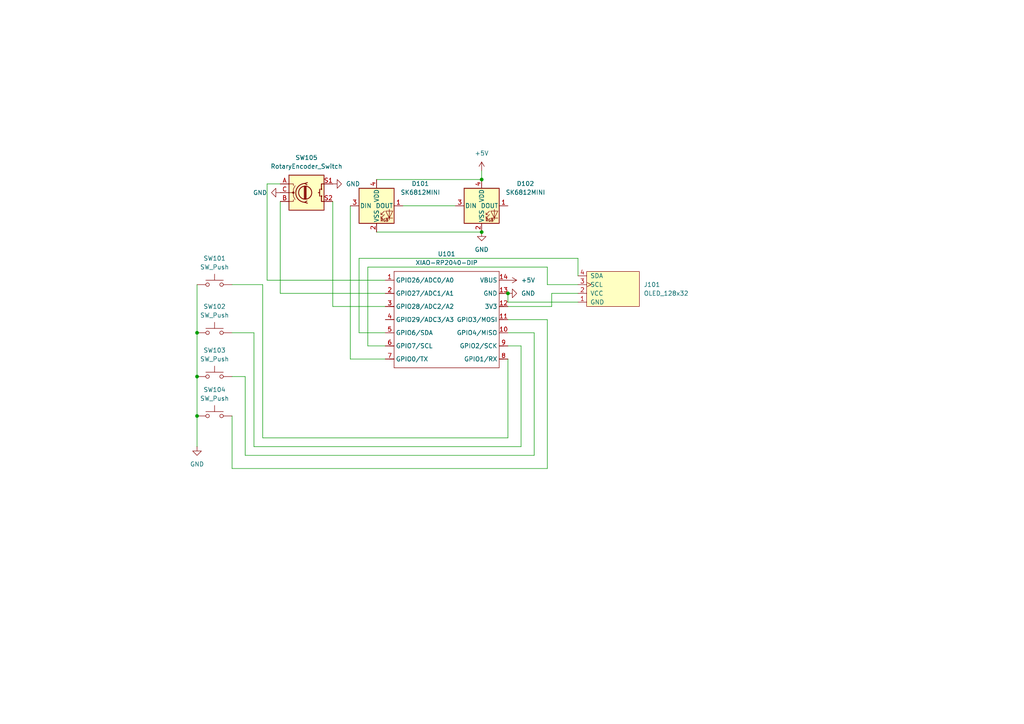
<source format=kicad_sch>
(kicad_sch
	(version 20250114)
	(generator "eeschema")
	(generator_version "9.0")
	(uuid "e6736289-e16f-4a09-8307-0deaee9c9955")
	(paper "A4")
	(lib_symbols
		(symbol "Device:RotaryEncoder_Switch"
			(pin_names
				(offset 0.254)
				(hide yes)
			)
			(exclude_from_sim no)
			(in_bom yes)
			(on_board yes)
			(property "Reference" "SW"
				(at 0 6.604 0)
				(effects
					(font
						(size 1.27 1.27)
					)
				)
			)
			(property "Value" "RotaryEncoder_Switch"
				(at 0 -6.604 0)
				(effects
					(font
						(size 1.27 1.27)
					)
				)
			)
			(property "Footprint" ""
				(at -3.81 4.064 0)
				(effects
					(font
						(size 1.27 1.27)
					)
					(hide yes)
				)
			)
			(property "Datasheet" "~"
				(at 0 6.604 0)
				(effects
					(font
						(size 1.27 1.27)
					)
					(hide yes)
				)
			)
			(property "Description" "Rotary encoder, dual channel, incremental quadrate outputs, with switch"
				(at 0 0 0)
				(effects
					(font
						(size 1.27 1.27)
					)
					(hide yes)
				)
			)
			(property "ki_keywords" "rotary switch encoder switch push button"
				(at 0 0 0)
				(effects
					(font
						(size 1.27 1.27)
					)
					(hide yes)
				)
			)
			(property "ki_fp_filters" "RotaryEncoder*Switch*"
				(at 0 0 0)
				(effects
					(font
						(size 1.27 1.27)
					)
					(hide yes)
				)
			)
			(symbol "RotaryEncoder_Switch_0_1"
				(rectangle
					(start -5.08 5.08)
					(end 5.08 -5.08)
					(stroke
						(width 0.254)
						(type default)
					)
					(fill
						(type background)
					)
				)
				(polyline
					(pts
						(xy -5.08 2.54) (xy -3.81 2.54) (xy -3.81 2.032)
					)
					(stroke
						(width 0)
						(type default)
					)
					(fill
						(type none)
					)
				)
				(polyline
					(pts
						(xy -5.08 0) (xy -3.81 0) (xy -3.81 -1.016) (xy -3.302 -2.032)
					)
					(stroke
						(width 0)
						(type default)
					)
					(fill
						(type none)
					)
				)
				(polyline
					(pts
						(xy -5.08 -2.54) (xy -3.81 -2.54) (xy -3.81 -2.032)
					)
					(stroke
						(width 0)
						(type default)
					)
					(fill
						(type none)
					)
				)
				(polyline
					(pts
						(xy -4.318 0) (xy -3.81 0) (xy -3.81 1.016) (xy -3.302 2.032)
					)
					(stroke
						(width 0)
						(type default)
					)
					(fill
						(type none)
					)
				)
				(circle
					(center -3.81 0)
					(radius 0.254)
					(stroke
						(width 0)
						(type default)
					)
					(fill
						(type outline)
					)
				)
				(polyline
					(pts
						(xy -0.635 -1.778) (xy -0.635 1.778)
					)
					(stroke
						(width 0.254)
						(type default)
					)
					(fill
						(type none)
					)
				)
				(circle
					(center -0.381 0)
					(radius 1.905)
					(stroke
						(width 0.254)
						(type default)
					)
					(fill
						(type none)
					)
				)
				(polyline
					(pts
						(xy -0.381 -1.778) (xy -0.381 1.778)
					)
					(stroke
						(width 0.254)
						(type default)
					)
					(fill
						(type none)
					)
				)
				(arc
					(start -0.381 -2.794)
					(mid -3.0988 -0.0635)
					(end -0.381 2.667)
					(stroke
						(width 0.254)
						(type default)
					)
					(fill
						(type none)
					)
				)
				(polyline
					(pts
						(xy -0.127 1.778) (xy -0.127 -1.778)
					)
					(stroke
						(width 0.254)
						(type default)
					)
					(fill
						(type none)
					)
				)
				(polyline
					(pts
						(xy 0.254 2.921) (xy -0.508 2.667) (xy 0.127 2.286)
					)
					(stroke
						(width 0.254)
						(type default)
					)
					(fill
						(type none)
					)
				)
				(polyline
					(pts
						(xy 0.254 -3.048) (xy -0.508 -2.794) (xy 0.127 -2.413)
					)
					(stroke
						(width 0.254)
						(type default)
					)
					(fill
						(type none)
					)
				)
				(polyline
					(pts
						(xy 3.81 1.016) (xy 3.81 -1.016)
					)
					(stroke
						(width 0.254)
						(type default)
					)
					(fill
						(type none)
					)
				)
				(polyline
					(pts
						(xy 3.81 0) (xy 3.429 0)
					)
					(stroke
						(width 0.254)
						(type default)
					)
					(fill
						(type none)
					)
				)
				(circle
					(center 4.318 1.016)
					(radius 0.127)
					(stroke
						(width 0.254)
						(type default)
					)
					(fill
						(type none)
					)
				)
				(circle
					(center 4.318 -1.016)
					(radius 0.127)
					(stroke
						(width 0.254)
						(type default)
					)
					(fill
						(type none)
					)
				)
				(polyline
					(pts
						(xy 5.08 2.54) (xy 4.318 2.54) (xy 4.318 1.016)
					)
					(stroke
						(width 0.254)
						(type default)
					)
					(fill
						(type none)
					)
				)
				(polyline
					(pts
						(xy 5.08 -2.54) (xy 4.318 -2.54) (xy 4.318 -1.016)
					)
					(stroke
						(width 0.254)
						(type default)
					)
					(fill
						(type none)
					)
				)
			)
			(symbol "RotaryEncoder_Switch_1_1"
				(pin passive line
					(at -7.62 2.54 0)
					(length 2.54)
					(name "A"
						(effects
							(font
								(size 1.27 1.27)
							)
						)
					)
					(number "A"
						(effects
							(font
								(size 1.27 1.27)
							)
						)
					)
				)
				(pin passive line
					(at -7.62 0 0)
					(length 2.54)
					(name "C"
						(effects
							(font
								(size 1.27 1.27)
							)
						)
					)
					(number "C"
						(effects
							(font
								(size 1.27 1.27)
							)
						)
					)
				)
				(pin passive line
					(at -7.62 -2.54 0)
					(length 2.54)
					(name "B"
						(effects
							(font
								(size 1.27 1.27)
							)
						)
					)
					(number "B"
						(effects
							(font
								(size 1.27 1.27)
							)
						)
					)
				)
				(pin passive line
					(at 7.62 2.54 180)
					(length 2.54)
					(name "S1"
						(effects
							(font
								(size 1.27 1.27)
							)
						)
					)
					(number "S1"
						(effects
							(font
								(size 1.27 1.27)
							)
						)
					)
				)
				(pin passive line
					(at 7.62 -2.54 180)
					(length 2.54)
					(name "S2"
						(effects
							(font
								(size 1.27 1.27)
							)
						)
					)
					(number "S2"
						(effects
							(font
								(size 1.27 1.27)
							)
						)
					)
				)
			)
			(embedded_fonts no)
		)
		(symbol "LED:SK6812MINI"
			(pin_names
				(offset 0.254)
			)
			(exclude_from_sim no)
			(in_bom yes)
			(on_board yes)
			(property "Reference" "D"
				(at 5.08 5.715 0)
				(effects
					(font
						(size 1.27 1.27)
					)
					(justify right bottom)
				)
			)
			(property "Value" "SK6812MINI"
				(at 1.27 -5.715 0)
				(effects
					(font
						(size 1.27 1.27)
					)
					(justify left top)
				)
			)
			(property "Footprint" "LED_SMD:LED_SK6812MINI_PLCC4_3.5x3.5mm_P1.75mm"
				(at 1.27 -7.62 0)
				(effects
					(font
						(size 1.27 1.27)
					)
					(justify left top)
					(hide yes)
				)
			)
			(property "Datasheet" "https://cdn-shop.adafruit.com/product-files/2686/SK6812MINI_REV.01-1-2.pdf"
				(at 2.54 -9.525 0)
				(effects
					(font
						(size 1.27 1.27)
					)
					(justify left top)
					(hide yes)
				)
			)
			(property "Description" "RGB LED with integrated controller"
				(at 0 0 0)
				(effects
					(font
						(size 1.27 1.27)
					)
					(hide yes)
				)
			)
			(property "ki_keywords" "RGB LED NeoPixel Mini addressable"
				(at 0 0 0)
				(effects
					(font
						(size 1.27 1.27)
					)
					(hide yes)
				)
			)
			(property "ki_fp_filters" "LED*SK6812MINI*PLCC*3.5x3.5mm*P1.75mm*"
				(at 0 0 0)
				(effects
					(font
						(size 1.27 1.27)
					)
					(hide yes)
				)
			)
			(symbol "SK6812MINI_0_0"
				(text "RGB"
					(at 2.286 -4.191 0)
					(effects
						(font
							(size 0.762 0.762)
						)
					)
				)
			)
			(symbol "SK6812MINI_0_1"
				(polyline
					(pts
						(xy 1.27 -2.54) (xy 1.778 -2.54)
					)
					(stroke
						(width 0)
						(type default)
					)
					(fill
						(type none)
					)
				)
				(polyline
					(pts
						(xy 1.27 -3.556) (xy 1.778 -3.556)
					)
					(stroke
						(width 0)
						(type default)
					)
					(fill
						(type none)
					)
				)
				(polyline
					(pts
						(xy 2.286 -1.524) (xy 1.27 -2.54) (xy 1.27 -2.032)
					)
					(stroke
						(width 0)
						(type default)
					)
					(fill
						(type none)
					)
				)
				(polyline
					(pts
						(xy 2.286 -2.54) (xy 1.27 -3.556) (xy 1.27 -3.048)
					)
					(stroke
						(width 0)
						(type default)
					)
					(fill
						(type none)
					)
				)
				(polyline
					(pts
						(xy 3.683 -1.016) (xy 3.683 -3.556) (xy 3.683 -4.064)
					)
					(stroke
						(width 0)
						(type default)
					)
					(fill
						(type none)
					)
				)
				(polyline
					(pts
						(xy 4.699 -1.524) (xy 2.667 -1.524) (xy 3.683 -3.556) (xy 4.699 -1.524)
					)
					(stroke
						(width 0)
						(type default)
					)
					(fill
						(type none)
					)
				)
				(polyline
					(pts
						(xy 4.699 -3.556) (xy 2.667 -3.556)
					)
					(stroke
						(width 0)
						(type default)
					)
					(fill
						(type none)
					)
				)
				(rectangle
					(start 5.08 5.08)
					(end -5.08 -5.08)
					(stroke
						(width 0.254)
						(type default)
					)
					(fill
						(type background)
					)
				)
			)
			(symbol "SK6812MINI_1_1"
				(pin input line
					(at -7.62 0 0)
					(length 2.54)
					(name "DIN"
						(effects
							(font
								(size 1.27 1.27)
							)
						)
					)
					(number "3"
						(effects
							(font
								(size 1.27 1.27)
							)
						)
					)
				)
				(pin power_in line
					(at 0 7.62 270)
					(length 2.54)
					(name "VDD"
						(effects
							(font
								(size 1.27 1.27)
							)
						)
					)
					(number "4"
						(effects
							(font
								(size 1.27 1.27)
							)
						)
					)
				)
				(pin power_in line
					(at 0 -7.62 90)
					(length 2.54)
					(name "VSS"
						(effects
							(font
								(size 1.27 1.27)
							)
						)
					)
					(number "2"
						(effects
							(font
								(size 1.27 1.27)
							)
						)
					)
				)
				(pin output line
					(at 7.62 0 180)
					(length 2.54)
					(name "DOUT"
						(effects
							(font
								(size 1.27 1.27)
							)
						)
					)
					(number "1"
						(effects
							(font
								(size 1.27 1.27)
							)
						)
					)
				)
			)
			(embedded_fonts no)
		)
		(symbol "OPL Library:XIAO-RP2040-DIP"
			(exclude_from_sim no)
			(in_bom yes)
			(on_board yes)
			(property "Reference" "U"
				(at 0 0 0)
				(effects
					(font
						(size 1.27 1.27)
					)
				)
			)
			(property "Value" "XIAO-RP2040-DIP"
				(at 5.334 -1.778 0)
				(effects
					(font
						(size 1.27 1.27)
					)
				)
			)
			(property "Footprint" "Module:MOUDLE14P-XIAO-DIP-SMD"
				(at 14.478 -32.258 0)
				(effects
					(font
						(size 1.27 1.27)
					)
					(hide yes)
				)
			)
			(property "Datasheet" ""
				(at 0 0 0)
				(effects
					(font
						(size 1.27 1.27)
					)
					(hide yes)
				)
			)
			(property "Description" ""
				(at 0 0 0)
				(effects
					(font
						(size 1.27 1.27)
					)
					(hide yes)
				)
			)
			(symbol "XIAO-RP2040-DIP_1_0"
				(polyline
					(pts
						(xy -1.27 -2.54) (xy 29.21 -2.54)
					)
					(stroke
						(width 0.1524)
						(type solid)
					)
					(fill
						(type none)
					)
				)
				(polyline
					(pts
						(xy -1.27 -5.08) (xy -2.54 -5.08)
					)
					(stroke
						(width 0.1524)
						(type solid)
					)
					(fill
						(type none)
					)
				)
				(polyline
					(pts
						(xy -1.27 -5.08) (xy -1.27 -2.54)
					)
					(stroke
						(width 0.1524)
						(type solid)
					)
					(fill
						(type none)
					)
				)
				(polyline
					(pts
						(xy -1.27 -8.89) (xy -2.54 -8.89)
					)
					(stroke
						(width 0.1524)
						(type solid)
					)
					(fill
						(type none)
					)
				)
				(polyline
					(pts
						(xy -1.27 -8.89) (xy -1.27 -5.08)
					)
					(stroke
						(width 0.1524)
						(type solid)
					)
					(fill
						(type none)
					)
				)
				(polyline
					(pts
						(xy -1.27 -12.7) (xy -2.54 -12.7)
					)
					(stroke
						(width 0.1524)
						(type solid)
					)
					(fill
						(type none)
					)
				)
				(polyline
					(pts
						(xy -1.27 -12.7) (xy -1.27 -8.89)
					)
					(stroke
						(width 0.1524)
						(type solid)
					)
					(fill
						(type none)
					)
				)
				(polyline
					(pts
						(xy -1.27 -16.51) (xy -2.54 -16.51)
					)
					(stroke
						(width 0.1524)
						(type solid)
					)
					(fill
						(type none)
					)
				)
				(polyline
					(pts
						(xy -1.27 -16.51) (xy -1.27 -12.7)
					)
					(stroke
						(width 0.1524)
						(type solid)
					)
					(fill
						(type none)
					)
				)
				(polyline
					(pts
						(xy -1.27 -20.32) (xy -2.54 -20.32)
					)
					(stroke
						(width 0.1524)
						(type solid)
					)
					(fill
						(type none)
					)
				)
				(polyline
					(pts
						(xy -1.27 -24.13) (xy -2.54 -24.13)
					)
					(stroke
						(width 0.1524)
						(type solid)
					)
					(fill
						(type none)
					)
				)
				(polyline
					(pts
						(xy -1.27 -27.94) (xy -2.54 -27.94)
					)
					(stroke
						(width 0.1524)
						(type solid)
					)
					(fill
						(type none)
					)
				)
				(polyline
					(pts
						(xy -1.27 -30.48) (xy -1.27 -16.51)
					)
					(stroke
						(width 0.1524)
						(type solid)
					)
					(fill
						(type none)
					)
				)
				(polyline
					(pts
						(xy 29.21 -2.54) (xy 29.21 -5.08)
					)
					(stroke
						(width 0.1524)
						(type solid)
					)
					(fill
						(type none)
					)
				)
				(polyline
					(pts
						(xy 29.21 -5.08) (xy 29.21 -8.89)
					)
					(stroke
						(width 0.1524)
						(type solid)
					)
					(fill
						(type none)
					)
				)
				(polyline
					(pts
						(xy 29.21 -8.89) (xy 29.21 -12.7)
					)
					(stroke
						(width 0.1524)
						(type solid)
					)
					(fill
						(type none)
					)
				)
				(polyline
					(pts
						(xy 29.21 -12.7) (xy 29.21 -30.48)
					)
					(stroke
						(width 0.1524)
						(type solid)
					)
					(fill
						(type none)
					)
				)
				(polyline
					(pts
						(xy 29.21 -30.48) (xy -1.27 -30.48)
					)
					(stroke
						(width 0.1524)
						(type solid)
					)
					(fill
						(type none)
					)
				)
				(polyline
					(pts
						(xy 30.48 -5.08) (xy 29.21 -5.08)
					)
					(stroke
						(width 0.1524)
						(type solid)
					)
					(fill
						(type none)
					)
				)
				(polyline
					(pts
						(xy 30.48 -8.89) (xy 29.21 -8.89)
					)
					(stroke
						(width 0.1524)
						(type solid)
					)
					(fill
						(type none)
					)
				)
				(polyline
					(pts
						(xy 30.48 -12.7) (xy 29.21 -12.7)
					)
					(stroke
						(width 0.1524)
						(type solid)
					)
					(fill
						(type none)
					)
				)
				(polyline
					(pts
						(xy 30.48 -16.51) (xy 29.21 -16.51)
					)
					(stroke
						(width 0.1524)
						(type solid)
					)
					(fill
						(type none)
					)
				)
				(polyline
					(pts
						(xy 30.48 -20.32) (xy 29.21 -20.32)
					)
					(stroke
						(width 0.1524)
						(type solid)
					)
					(fill
						(type none)
					)
				)
				(polyline
					(pts
						(xy 30.48 -24.13) (xy 29.21 -24.13)
					)
					(stroke
						(width 0.1524)
						(type solid)
					)
					(fill
						(type none)
					)
				)
				(polyline
					(pts
						(xy 30.48 -27.94) (xy 29.21 -27.94)
					)
					(stroke
						(width 0.1524)
						(type solid)
					)
					(fill
						(type none)
					)
				)
				(pin passive line
					(at -3.81 -5.08 0)
					(length 2.54)
					(name "GPIO26/ADC0/A0"
						(effects
							(font
								(size 1.27 1.27)
							)
						)
					)
					(number "1"
						(effects
							(font
								(size 1.27 1.27)
							)
						)
					)
				)
				(pin passive line
					(at -3.81 -8.89 0)
					(length 2.54)
					(name "GPIO27/ADC1/A1"
						(effects
							(font
								(size 1.27 1.27)
							)
						)
					)
					(number "2"
						(effects
							(font
								(size 1.27 1.27)
							)
						)
					)
				)
				(pin passive line
					(at -3.81 -12.7 0)
					(length 2.54)
					(name "GPIO28/ADC2/A2"
						(effects
							(font
								(size 1.27 1.27)
							)
						)
					)
					(number "3"
						(effects
							(font
								(size 1.27 1.27)
							)
						)
					)
				)
				(pin passive line
					(at -3.81 -16.51 0)
					(length 2.54)
					(name "GPIO29/ADC3/A3"
						(effects
							(font
								(size 1.27 1.27)
							)
						)
					)
					(number "4"
						(effects
							(font
								(size 1.27 1.27)
							)
						)
					)
				)
				(pin passive line
					(at -3.81 -20.32 0)
					(length 2.54)
					(name "GPIO6/SDA"
						(effects
							(font
								(size 1.27 1.27)
							)
						)
					)
					(number "5"
						(effects
							(font
								(size 1.27 1.27)
							)
						)
					)
				)
				(pin passive line
					(at -3.81 -24.13 0)
					(length 2.54)
					(name "GPIO7/SCL"
						(effects
							(font
								(size 1.27 1.27)
							)
						)
					)
					(number "6"
						(effects
							(font
								(size 1.27 1.27)
							)
						)
					)
				)
				(pin passive line
					(at -3.81 -27.94 0)
					(length 2.54)
					(name "GPIO0/TX"
						(effects
							(font
								(size 1.27 1.27)
							)
						)
					)
					(number "7"
						(effects
							(font
								(size 1.27 1.27)
							)
						)
					)
				)
				(pin passive line
					(at 31.75 -5.08 180)
					(length 2.54)
					(name "VBUS"
						(effects
							(font
								(size 1.27 1.27)
							)
						)
					)
					(number "14"
						(effects
							(font
								(size 1.27 1.27)
							)
						)
					)
				)
				(pin passive line
					(at 31.75 -8.89 180)
					(length 2.54)
					(name "GND"
						(effects
							(font
								(size 1.27 1.27)
							)
						)
					)
					(number "13"
						(effects
							(font
								(size 1.27 1.27)
							)
						)
					)
				)
				(pin passive line
					(at 31.75 -12.7 180)
					(length 2.54)
					(name "3V3"
						(effects
							(font
								(size 1.27 1.27)
							)
						)
					)
					(number "12"
						(effects
							(font
								(size 1.27 1.27)
							)
						)
					)
				)
				(pin passive line
					(at 31.75 -16.51 180)
					(length 2.54)
					(name "GPIO3/MOSI"
						(effects
							(font
								(size 1.27 1.27)
							)
						)
					)
					(number "11"
						(effects
							(font
								(size 1.27 1.27)
							)
						)
					)
				)
				(pin passive line
					(at 31.75 -20.32 180)
					(length 2.54)
					(name "GPIO4/MISO"
						(effects
							(font
								(size 1.27 1.27)
							)
						)
					)
					(number "10"
						(effects
							(font
								(size 1.27 1.27)
							)
						)
					)
				)
				(pin passive line
					(at 31.75 -24.13 180)
					(length 2.54)
					(name "GPIO2/SCK"
						(effects
							(font
								(size 1.27 1.27)
							)
						)
					)
					(number "9"
						(effects
							(font
								(size 1.27 1.27)
							)
						)
					)
				)
				(pin passive line
					(at 31.75 -27.94 180)
					(length 2.54)
					(name "GPIO1/RX"
						(effects
							(font
								(size 1.27 1.27)
							)
						)
					)
					(number "8"
						(effects
							(font
								(size 1.27 1.27)
							)
						)
					)
				)
			)
			(embedded_fonts no)
		)
		(symbol "ScottoKeebs:OLED_128x32"
			(pin_names
				(offset 1.016)
			)
			(exclude_from_sim no)
			(in_bom yes)
			(on_board yes)
			(property "Reference" "J"
				(at 0 -6.35 0)
				(effects
					(font
						(size 1.27 1.27)
					)
				)
			)
			(property "Value" "OLED_128x32"
				(at 0 6.35 0)
				(effects
					(font
						(size 1.27 1.27)
					)
				)
			)
			(property "Footprint" "ScottoKeebs_Components:OLED_128x32"
				(at 0 8.89 0)
				(effects
					(font
						(size 1.27 1.27)
					)
					(hide yes)
				)
			)
			(property "Datasheet" ""
				(at 0 1.27 0)
				(effects
					(font
						(size 1.27 1.27)
					)
					(hide yes)
				)
			)
			(property "Description" ""
				(at 0 0 0)
				(effects
					(font
						(size 1.27 1.27)
					)
					(hide yes)
				)
			)
			(symbol "OLED_128x32_0_1"
				(rectangle
					(start 0 5.08)
					(end 15.24 -5.08)
					(stroke
						(width 0)
						(type default)
					)
					(fill
						(type background)
					)
				)
			)
			(symbol "OLED_128x32_1_1"
				(pin bidirectional line
					(at -2.54 3.81 0)
					(length 2.54)
					(name "SDA"
						(effects
							(font
								(size 1.27 1.27)
							)
						)
					)
					(number "4"
						(effects
							(font
								(size 1.27 1.27)
							)
						)
					)
				)
				(pin input clock
					(at -2.54 1.27 0)
					(length 2.54)
					(name "SCL"
						(effects
							(font
								(size 1.27 1.27)
							)
						)
					)
					(number "3"
						(effects
							(font
								(size 1.27 1.27)
							)
						)
					)
				)
				(pin power_in line
					(at -2.54 -1.27 0)
					(length 2.54)
					(name "VCC"
						(effects
							(font
								(size 1.27 1.27)
							)
						)
					)
					(number "2"
						(effects
							(font
								(size 1.27 1.27)
							)
						)
					)
				)
				(pin power_in line
					(at -2.54 -3.81 0)
					(length 2.54)
					(name "GND"
						(effects
							(font
								(size 1.27 1.27)
							)
						)
					)
					(number "1"
						(effects
							(font
								(size 1.27 1.27)
							)
						)
					)
				)
			)
			(embedded_fonts no)
		)
		(symbol "Switch:SW_Push"
			(pin_numbers
				(hide yes)
			)
			(pin_names
				(offset 1.016)
				(hide yes)
			)
			(exclude_from_sim no)
			(in_bom yes)
			(on_board yes)
			(property "Reference" "SW"
				(at 1.27 2.54 0)
				(effects
					(font
						(size 1.27 1.27)
					)
					(justify left)
				)
			)
			(property "Value" "SW_Push"
				(at 0 -1.524 0)
				(effects
					(font
						(size 1.27 1.27)
					)
				)
			)
			(property "Footprint" ""
				(at 0 5.08 0)
				(effects
					(font
						(size 1.27 1.27)
					)
					(hide yes)
				)
			)
			(property "Datasheet" "~"
				(at 0 5.08 0)
				(effects
					(font
						(size 1.27 1.27)
					)
					(hide yes)
				)
			)
			(property "Description" "Push button switch, generic, two pins"
				(at 0 0 0)
				(effects
					(font
						(size 1.27 1.27)
					)
					(hide yes)
				)
			)
			(property "ki_keywords" "switch normally-open pushbutton push-button"
				(at 0 0 0)
				(effects
					(font
						(size 1.27 1.27)
					)
					(hide yes)
				)
			)
			(symbol "SW_Push_0_1"
				(circle
					(center -2.032 0)
					(radius 0.508)
					(stroke
						(width 0)
						(type default)
					)
					(fill
						(type none)
					)
				)
				(polyline
					(pts
						(xy 0 1.27) (xy 0 3.048)
					)
					(stroke
						(width 0)
						(type default)
					)
					(fill
						(type none)
					)
				)
				(circle
					(center 2.032 0)
					(radius 0.508)
					(stroke
						(width 0)
						(type default)
					)
					(fill
						(type none)
					)
				)
				(polyline
					(pts
						(xy 2.54 1.27) (xy -2.54 1.27)
					)
					(stroke
						(width 0)
						(type default)
					)
					(fill
						(type none)
					)
				)
				(pin passive line
					(at -5.08 0 0)
					(length 2.54)
					(name "1"
						(effects
							(font
								(size 1.27 1.27)
							)
						)
					)
					(number "1"
						(effects
							(font
								(size 1.27 1.27)
							)
						)
					)
				)
				(pin passive line
					(at 5.08 0 180)
					(length 2.54)
					(name "2"
						(effects
							(font
								(size 1.27 1.27)
							)
						)
					)
					(number "2"
						(effects
							(font
								(size 1.27 1.27)
							)
						)
					)
				)
			)
			(embedded_fonts no)
		)
		(symbol "power:+5V"
			(power)
			(pin_numbers
				(hide yes)
			)
			(pin_names
				(offset 0)
				(hide yes)
			)
			(exclude_from_sim no)
			(in_bom yes)
			(on_board yes)
			(property "Reference" "#PWR"
				(at 0 -3.81 0)
				(effects
					(font
						(size 1.27 1.27)
					)
					(hide yes)
				)
			)
			(property "Value" "+5V"
				(at 0 3.556 0)
				(effects
					(font
						(size 1.27 1.27)
					)
				)
			)
			(property "Footprint" ""
				(at 0 0 0)
				(effects
					(font
						(size 1.27 1.27)
					)
					(hide yes)
				)
			)
			(property "Datasheet" ""
				(at 0 0 0)
				(effects
					(font
						(size 1.27 1.27)
					)
					(hide yes)
				)
			)
			(property "Description" "Power symbol creates a global label with name \"+5V\""
				(at 0 0 0)
				(effects
					(font
						(size 1.27 1.27)
					)
					(hide yes)
				)
			)
			(property "ki_keywords" "global power"
				(at 0 0 0)
				(effects
					(font
						(size 1.27 1.27)
					)
					(hide yes)
				)
			)
			(symbol "+5V_0_1"
				(polyline
					(pts
						(xy -0.762 1.27) (xy 0 2.54)
					)
					(stroke
						(width 0)
						(type default)
					)
					(fill
						(type none)
					)
				)
				(polyline
					(pts
						(xy 0 2.54) (xy 0.762 1.27)
					)
					(stroke
						(width 0)
						(type default)
					)
					(fill
						(type none)
					)
				)
				(polyline
					(pts
						(xy 0 0) (xy 0 2.54)
					)
					(stroke
						(width 0)
						(type default)
					)
					(fill
						(type none)
					)
				)
			)
			(symbol "+5V_1_1"
				(pin power_in line
					(at 0 0 90)
					(length 0)
					(name "~"
						(effects
							(font
								(size 1.27 1.27)
							)
						)
					)
					(number "1"
						(effects
							(font
								(size 1.27 1.27)
							)
						)
					)
				)
			)
			(embedded_fonts no)
		)
		(symbol "power:GND"
			(power)
			(pin_numbers
				(hide yes)
			)
			(pin_names
				(offset 0)
				(hide yes)
			)
			(exclude_from_sim no)
			(in_bom yes)
			(on_board yes)
			(property "Reference" "#PWR"
				(at 0 -6.35 0)
				(effects
					(font
						(size 1.27 1.27)
					)
					(hide yes)
				)
			)
			(property "Value" "GND"
				(at 0 -3.81 0)
				(effects
					(font
						(size 1.27 1.27)
					)
				)
			)
			(property "Footprint" ""
				(at 0 0 0)
				(effects
					(font
						(size 1.27 1.27)
					)
					(hide yes)
				)
			)
			(property "Datasheet" ""
				(at 0 0 0)
				(effects
					(font
						(size 1.27 1.27)
					)
					(hide yes)
				)
			)
			(property "Description" "Power symbol creates a global label with name \"GND\" , ground"
				(at 0 0 0)
				(effects
					(font
						(size 1.27 1.27)
					)
					(hide yes)
				)
			)
			(property "ki_keywords" "global power"
				(at 0 0 0)
				(effects
					(font
						(size 1.27 1.27)
					)
					(hide yes)
				)
			)
			(symbol "GND_0_1"
				(polyline
					(pts
						(xy 0 0) (xy 0 -1.27) (xy 1.27 -1.27) (xy 0 -2.54) (xy -1.27 -1.27) (xy 0 -1.27)
					)
					(stroke
						(width 0)
						(type default)
					)
					(fill
						(type none)
					)
				)
			)
			(symbol "GND_1_1"
				(pin power_in line
					(at 0 0 270)
					(length 0)
					(name "~"
						(effects
							(font
								(size 1.27 1.27)
							)
						)
					)
					(number "1"
						(effects
							(font
								(size 1.27 1.27)
							)
						)
					)
				)
			)
			(embedded_fonts no)
		)
	)
	(junction
		(at 147.32 85.09)
		(diameter 0)
		(color 0 0 0 0)
		(uuid "629073b5-f033-47d4-b149-4d8d2fa5b202")
	)
	(junction
		(at 57.15 96.52)
		(diameter 0)
		(color 0 0 0 0)
		(uuid "662f8840-f502-46f8-968a-6b76d55d8e8c")
	)
	(junction
		(at 139.7 67.31)
		(diameter 0)
		(color 0 0 0 0)
		(uuid "6f246680-809d-4786-8197-922b1d6e9bd9")
	)
	(junction
		(at 139.7 52.07)
		(diameter 0)
		(color 0 0 0 0)
		(uuid "a78f17e2-3e36-4b70-beba-7f0161fd9af0")
	)
	(junction
		(at 57.15 120.65)
		(diameter 0)
		(color 0 0 0 0)
		(uuid "b8183de7-3e77-461a-a283-251495fb9d11")
	)
	(junction
		(at 57.15 109.22)
		(diameter 0)
		(color 0 0 0 0)
		(uuid "c99570ea-0c27-4170-aced-c64c4545eb32")
	)
	(wire
		(pts
			(xy 57.15 96.52) (xy 57.15 109.22)
		)
		(stroke
			(width 0)
			(type default)
		)
		(uuid "0156bd38-b110-4c31-b4b8-d0a722bc7fca")
	)
	(wire
		(pts
			(xy 67.31 96.52) (xy 73.66 96.52)
		)
		(stroke
			(width 0)
			(type default)
		)
		(uuid "01699858-539f-4543-b35e-f8d9799484f7")
	)
	(wire
		(pts
			(xy 76.2 82.55) (xy 76.2 127)
		)
		(stroke
			(width 0)
			(type default)
		)
		(uuid "05f66a65-4309-4099-971b-ea1e14297c36")
	)
	(wire
		(pts
			(xy 96.52 58.42) (xy 96.52 88.9)
		)
		(stroke
			(width 0)
			(type default)
		)
		(uuid "090e8766-f14e-4686-a3b1-1148b05601d3")
	)
	(wire
		(pts
			(xy 96.52 88.9) (xy 111.76 88.9)
		)
		(stroke
			(width 0)
			(type default)
		)
		(uuid "0bd80157-bf85-4716-a307-f7cee7d273cb")
	)
	(wire
		(pts
			(xy 147.32 87.63) (xy 147.32 85.09)
		)
		(stroke
			(width 0)
			(type default)
		)
		(uuid "1521d861-e610-4777-88a7-0e6fe27feddd")
	)
	(wire
		(pts
			(xy 160.02 85.09) (xy 160.02 88.9)
		)
		(stroke
			(width 0)
			(type default)
		)
		(uuid "17930419-2bb6-473f-80a8-dcbf911e69d0")
	)
	(wire
		(pts
			(xy 76.2 127) (xy 147.32 127)
		)
		(stroke
			(width 0)
			(type default)
		)
		(uuid "26f8da61-21bf-4280-b2d8-a6ba7135c91e")
	)
	(wire
		(pts
			(xy 77.47 81.28) (xy 111.76 81.28)
		)
		(stroke
			(width 0)
			(type default)
		)
		(uuid "29cc1eef-945e-405f-ac06-0a8ba0026d93")
	)
	(wire
		(pts
			(xy 154.94 132.08) (xy 154.94 96.52)
		)
		(stroke
			(width 0)
			(type default)
		)
		(uuid "2a709c2f-bc9d-4850-a160-f362e70a5e4a")
	)
	(wire
		(pts
			(xy 67.31 120.65) (xy 67.31 135.89)
		)
		(stroke
			(width 0)
			(type default)
		)
		(uuid "3792c8fe-340b-45e1-b370-ba006fe7454e")
	)
	(wire
		(pts
			(xy 73.66 96.52) (xy 73.66 129.54)
		)
		(stroke
			(width 0)
			(type default)
		)
		(uuid "37de10a4-d658-487d-a205-e3182af15177")
	)
	(wire
		(pts
			(xy 57.15 82.55) (xy 57.15 96.52)
		)
		(stroke
			(width 0)
			(type default)
		)
		(uuid "4123cde9-de93-4624-bc77-e520caf4362c")
	)
	(wire
		(pts
			(xy 104.14 74.93) (xy 104.14 96.52)
		)
		(stroke
			(width 0)
			(type default)
		)
		(uuid "41bf8656-1909-43a6-8cba-04afd9d6b91a")
	)
	(wire
		(pts
			(xy 81.28 85.09) (xy 111.76 85.09)
		)
		(stroke
			(width 0)
			(type default)
		)
		(uuid "420c4a0e-7b3f-4255-beba-929b8a128e13")
	)
	(wire
		(pts
			(xy 147.32 127) (xy 147.32 104.14)
		)
		(stroke
			(width 0)
			(type default)
		)
		(uuid "46d555bf-169e-400e-ab75-2110e765e403")
	)
	(wire
		(pts
			(xy 101.6 59.69) (xy 101.6 104.14)
		)
		(stroke
			(width 0)
			(type default)
		)
		(uuid "494cce69-75ff-42c6-a744-9b7dc210a1c9")
	)
	(wire
		(pts
			(xy 71.12 132.08) (xy 154.94 132.08)
		)
		(stroke
			(width 0)
			(type default)
		)
		(uuid "49d78d24-f683-468f-b7fc-7f8ce51f8042")
	)
	(wire
		(pts
			(xy 151.13 129.54) (xy 151.13 100.33)
		)
		(stroke
			(width 0)
			(type default)
		)
		(uuid "4a98bbb5-b536-4b6d-9359-9d03e762299d")
	)
	(wire
		(pts
			(xy 167.64 74.93) (xy 104.14 74.93)
		)
		(stroke
			(width 0)
			(type default)
		)
		(uuid "50cdd459-6d0b-4f3e-a536-a08ab21ff741")
	)
	(wire
		(pts
			(xy 154.94 96.52) (xy 147.32 96.52)
		)
		(stroke
			(width 0)
			(type default)
		)
		(uuid "58b40aa2-e444-4fc6-bde2-fdcf62a2a608")
	)
	(wire
		(pts
			(xy 77.47 53.34) (xy 77.47 81.28)
		)
		(stroke
			(width 0)
			(type default)
		)
		(uuid "6250e570-8f6a-4838-9d49-d23fe51b7726")
	)
	(wire
		(pts
			(xy 167.64 87.63) (xy 147.32 87.63)
		)
		(stroke
			(width 0)
			(type default)
		)
		(uuid "660a1e8a-34b9-4d7c-81f7-2137e980177a")
	)
	(wire
		(pts
			(xy 109.22 52.07) (xy 139.7 52.07)
		)
		(stroke
			(width 0)
			(type default)
		)
		(uuid "675f2bf2-7002-4d82-b06d-f5f1cec711c4")
	)
	(wire
		(pts
			(xy 101.6 104.14) (xy 111.76 104.14)
		)
		(stroke
			(width 0)
			(type default)
		)
		(uuid "72f951a9-017e-4187-b3c4-61ba4f6d74f1")
	)
	(wire
		(pts
			(xy 158.75 77.47) (xy 106.68 77.47)
		)
		(stroke
			(width 0)
			(type default)
		)
		(uuid "73705d77-4eed-45bc-9f52-82f8f97cd1fa")
	)
	(wire
		(pts
			(xy 167.64 80.01) (xy 167.64 74.93)
		)
		(stroke
			(width 0)
			(type default)
		)
		(uuid "746938d6-dcf2-4538-bf46-31e51bbab257")
	)
	(wire
		(pts
			(xy 81.28 58.42) (xy 81.28 85.09)
		)
		(stroke
			(width 0)
			(type default)
		)
		(uuid "7648e0a1-237c-43d9-8937-5d138c3409c0")
	)
	(wire
		(pts
			(xy 167.64 82.55) (xy 158.75 82.55)
		)
		(stroke
			(width 0)
			(type default)
		)
		(uuid "81d4e2df-081a-4d01-95f8-dfbce05cc395")
	)
	(wire
		(pts
			(xy 106.68 77.47) (xy 106.68 100.33)
		)
		(stroke
			(width 0)
			(type default)
		)
		(uuid "8698e091-b2b5-42bd-83a6-dd986c8982f6")
	)
	(wire
		(pts
			(xy 57.15 109.22) (xy 57.15 120.65)
		)
		(stroke
			(width 0)
			(type default)
		)
		(uuid "8b65b7df-ece3-4a21-b53d-59e2df7e19e7")
	)
	(wire
		(pts
			(xy 151.13 100.33) (xy 147.32 100.33)
		)
		(stroke
			(width 0)
			(type default)
		)
		(uuid "91422ee5-9d2e-4538-b841-05c1a020a4a3")
	)
	(wire
		(pts
			(xy 106.68 100.33) (xy 111.76 100.33)
		)
		(stroke
			(width 0)
			(type default)
		)
		(uuid "a0994da8-e927-42b8-a75e-0bb3b109733e")
	)
	(wire
		(pts
			(xy 160.02 88.9) (xy 147.32 88.9)
		)
		(stroke
			(width 0)
			(type default)
		)
		(uuid "a1f459ea-eece-4802-a1cd-6e26b9d42007")
	)
	(wire
		(pts
			(xy 167.64 85.09) (xy 160.02 85.09)
		)
		(stroke
			(width 0)
			(type default)
		)
		(uuid "a3985c86-51f8-4e46-94af-dfbfc302f6e9")
	)
	(wire
		(pts
			(xy 158.75 135.89) (xy 158.75 92.71)
		)
		(stroke
			(width 0)
			(type default)
		)
		(uuid "b53b874e-d6ad-4e26-8314-748235b34dea")
	)
	(wire
		(pts
			(xy 139.7 49.53) (xy 139.7 52.07)
		)
		(stroke
			(width 0)
			(type default)
		)
		(uuid "b5a8085c-6fc6-4f85-ab67-d4174c6039e1")
	)
	(wire
		(pts
			(xy 67.31 109.22) (xy 71.12 109.22)
		)
		(stroke
			(width 0)
			(type default)
		)
		(uuid "bc0ec33f-ce3f-4567-b5f9-9a0a00181f50")
	)
	(wire
		(pts
			(xy 158.75 92.71) (xy 147.32 92.71)
		)
		(stroke
			(width 0)
			(type default)
		)
		(uuid "c27a4055-ca3d-4f29-a3c0-99f24239dde3")
	)
	(wire
		(pts
			(xy 73.66 129.54) (xy 151.13 129.54)
		)
		(stroke
			(width 0)
			(type default)
		)
		(uuid "ca08ea7c-6195-42fb-bdc4-f9b07fdbc826")
	)
	(wire
		(pts
			(xy 109.22 67.31) (xy 139.7 67.31)
		)
		(stroke
			(width 0)
			(type default)
		)
		(uuid "ca1671c2-d8cb-4d71-aed5-e8dc2484b734")
	)
	(wire
		(pts
			(xy 67.31 82.55) (xy 76.2 82.55)
		)
		(stroke
			(width 0)
			(type default)
		)
		(uuid "d41a75e8-5cbf-4d4c-afc0-671ec68edd71")
	)
	(wire
		(pts
			(xy 81.28 53.34) (xy 77.47 53.34)
		)
		(stroke
			(width 0)
			(type default)
		)
		(uuid "d4a39984-414a-4a98-a2a9-c7c7c7de1abb")
	)
	(wire
		(pts
			(xy 71.12 109.22) (xy 71.12 132.08)
		)
		(stroke
			(width 0)
			(type default)
		)
		(uuid "db4c1d21-a61e-4435-afc1-50542e60018b")
	)
	(wire
		(pts
			(xy 104.14 96.52) (xy 111.76 96.52)
		)
		(stroke
			(width 0)
			(type default)
		)
		(uuid "db54ce2d-0eb3-4e27-b36f-59096f66e6c1")
	)
	(wire
		(pts
			(xy 116.84 59.69) (xy 132.08 59.69)
		)
		(stroke
			(width 0)
			(type default)
		)
		(uuid "df01e11b-fa39-44ab-9aba-fbdb74ebe286")
	)
	(wire
		(pts
			(xy 158.75 82.55) (xy 158.75 77.47)
		)
		(stroke
			(width 0)
			(type default)
		)
		(uuid "e0d3aaa5-39ba-4be6-9c58-c8e2b3b40f29")
	)
	(wire
		(pts
			(xy 57.15 120.65) (xy 57.15 129.54)
		)
		(stroke
			(width 0)
			(type default)
		)
		(uuid "f37f6a22-261d-4802-a5d6-d12cc70b196c")
	)
	(wire
		(pts
			(xy 67.31 135.89) (xy 158.75 135.89)
		)
		(stroke
			(width 0)
			(type default)
		)
		(uuid "f6774ac7-c034-442a-a865-6eb3a5019622")
	)
	(symbol
		(lib_id "power:GND")
		(at 147.32 85.09 90)
		(unit 1)
		(exclude_from_sim no)
		(in_bom yes)
		(on_board yes)
		(dnp no)
		(fields_autoplaced yes)
		(uuid "01680c83-8423-48c1-bbb5-2160e47e624c")
		(property "Reference" "#PWR0102"
			(at 153.67 85.09 0)
			(effects
				(font
					(size 1.27 1.27)
				)
				(hide yes)
			)
		)
		(property "Value" "GND"
			(at 151.13 85.0899 90)
			(effects
				(font
					(size 1.27 1.27)
				)
				(justify right)
			)
		)
		(property "Footprint" ""
			(at 147.32 85.09 0)
			(effects
				(font
					(size 1.27 1.27)
				)
				(hide yes)
			)
		)
		(property "Datasheet" ""
			(at 147.32 85.09 0)
			(effects
				(font
					(size 1.27 1.27)
				)
				(hide yes)
			)
		)
		(property "Description" "Power symbol creates a global label with name \"GND\" , ground"
			(at 147.32 85.09 0)
			(effects
				(font
					(size 1.27 1.27)
				)
				(hide yes)
			)
		)
		(pin "1"
			(uuid "3c037e28-5ca0-4fe0-b9fe-ec1751a7201c")
		)
		(instances
			(project ""
				(path "/e6736289-e16f-4a09-8307-0deaee9c9955"
					(reference "#PWR0102")
					(unit 1)
				)
			)
		)
	)
	(symbol
		(lib_id "power:GND")
		(at 81.28 55.88 270)
		(unit 1)
		(exclude_from_sim no)
		(in_bom yes)
		(on_board yes)
		(dnp no)
		(fields_autoplaced yes)
		(uuid "04f3cb40-617b-41b9-9e13-bbd522fcde6b")
		(property "Reference" "#PWR0107"
			(at 74.93 55.88 0)
			(effects
				(font
					(size 1.27 1.27)
				)
				(hide yes)
			)
		)
		(property "Value" "GND"
			(at 77.47 55.8799 90)
			(effects
				(font
					(size 1.27 1.27)
				)
				(justify right)
			)
		)
		(property "Footprint" ""
			(at 81.28 55.88 0)
			(effects
				(font
					(size 1.27 1.27)
				)
				(hide yes)
			)
		)
		(property "Datasheet" ""
			(at 81.28 55.88 0)
			(effects
				(font
					(size 1.27 1.27)
				)
				(hide yes)
			)
		)
		(property "Description" "Power symbol creates a global label with name \"GND\" , ground"
			(at 81.28 55.88 0)
			(effects
				(font
					(size 1.27 1.27)
				)
				(hide yes)
			)
		)
		(pin "1"
			(uuid "8f1e3a57-4188-4944-b8e9-b5e8181a7e53")
		)
		(instances
			(project ""
				(path "/e6736289-e16f-4a09-8307-0deaee9c9955"
					(reference "#PWR0107")
					(unit 1)
				)
			)
		)
	)
	(symbol
		(lib_id "power:+5V")
		(at 147.32 81.28 270)
		(unit 1)
		(exclude_from_sim no)
		(in_bom yes)
		(on_board yes)
		(dnp no)
		(fields_autoplaced yes)
		(uuid "08082d90-d161-48b7-ac7e-202a9f24078c")
		(property "Reference" "#PWR0103"
			(at 143.51 81.28 0)
			(effects
				(font
					(size 1.27 1.27)
				)
				(hide yes)
			)
		)
		(property "Value" "+5V"
			(at 151.13 81.2799 90)
			(effects
				(font
					(size 1.27 1.27)
				)
				(justify left)
			)
		)
		(property "Footprint" ""
			(at 147.32 81.28 0)
			(effects
				(font
					(size 1.27 1.27)
				)
				(hide yes)
			)
		)
		(property "Datasheet" ""
			(at 147.32 81.28 0)
			(effects
				(font
					(size 1.27 1.27)
				)
				(hide yes)
			)
		)
		(property "Description" "Power symbol creates a global label with name \"+5V\""
			(at 147.32 81.28 0)
			(effects
				(font
					(size 1.27 1.27)
				)
				(hide yes)
			)
		)
		(pin "1"
			(uuid "3c6ea60b-9536-4f7b-a018-eb91429b9425")
		)
		(instances
			(project ""
				(path "/e6736289-e16f-4a09-8307-0deaee9c9955"
					(reference "#PWR0103")
					(unit 1)
				)
			)
		)
	)
	(symbol
		(lib_id "power:+5V")
		(at 139.7 49.53 0)
		(unit 1)
		(exclude_from_sim no)
		(in_bom yes)
		(on_board yes)
		(dnp no)
		(fields_autoplaced yes)
		(uuid "242fefdb-4f90-4f03-b588-4e10ed1176a7")
		(property "Reference" "#PWR0104"
			(at 139.7 53.34 0)
			(effects
				(font
					(size 1.27 1.27)
				)
				(hide yes)
			)
		)
		(property "Value" "+5V"
			(at 139.7 44.45 0)
			(effects
				(font
					(size 1.27 1.27)
				)
			)
		)
		(property "Footprint" ""
			(at 139.7 49.53 0)
			(effects
				(font
					(size 1.27 1.27)
				)
				(hide yes)
			)
		)
		(property "Datasheet" ""
			(at 139.7 49.53 0)
			(effects
				(font
					(size 1.27 1.27)
				)
				(hide yes)
			)
		)
		(property "Description" "Power symbol creates a global label with name \"+5V\""
			(at 139.7 49.53 0)
			(effects
				(font
					(size 1.27 1.27)
				)
				(hide yes)
			)
		)
		(pin "1"
			(uuid "bc016a35-dde9-4882-8abd-eaa36216afc9")
		)
		(instances
			(project ""
				(path "/e6736289-e16f-4a09-8307-0deaee9c9955"
					(reference "#PWR0104")
					(unit 1)
				)
			)
		)
	)
	(symbol
		(lib_id "LED:SK6812MINI")
		(at 139.7 59.69 0)
		(unit 1)
		(exclude_from_sim no)
		(in_bom yes)
		(on_board yes)
		(dnp no)
		(fields_autoplaced yes)
		(uuid "4e13316c-82f3-4edf-89ed-a6a32fd6f464")
		(property "Reference" "D102"
			(at 152.4 53.2698 0)
			(effects
				(font
					(size 1.27 1.27)
				)
			)
		)
		(property "Value" "SK6812MINI"
			(at 152.4 55.8098 0)
			(effects
				(font
					(size 1.27 1.27)
				)
			)
		)
		(property "Footprint" "LED_SMD:LED_SK6812MINI_PLCC4_3.5x3.5mm_P1.75mm"
			(at 140.97 67.31 0)
			(effects
				(font
					(size 1.27 1.27)
				)
				(justify left top)
				(hide yes)
			)
		)
		(property "Datasheet" "https://cdn-shop.adafruit.com/product-files/2686/SK6812MINI_REV.01-1-2.pdf"
			(at 142.24 69.215 0)
			(effects
				(font
					(size 1.27 1.27)
				)
				(justify left top)
				(hide yes)
			)
		)
		(property "Description" "RGB LED with integrated controller"
			(at 139.7 59.69 0)
			(effects
				(font
					(size 1.27 1.27)
				)
				(hide yes)
			)
		)
		(pin "2"
			(uuid "a9c2d060-d0fa-4faa-b1a8-6997751ee551")
		)
		(pin "4"
			(uuid "3b58df66-2e9f-455d-8b6b-0cab1640d572")
		)
		(pin "1"
			(uuid "58903cc1-1896-4dd7-be1c-0e9517b33538")
		)
		(pin "3"
			(uuid "1c9f4ed9-7785-4f9a-9417-eaac3eb9d430")
		)
		(instances
			(project "Parth's Hackpad"
				(path "/e6736289-e16f-4a09-8307-0deaee9c9955"
					(reference "D102")
					(unit 1)
				)
			)
		)
	)
	(symbol
		(lib_id "Device:RotaryEncoder_Switch")
		(at 88.9 55.88 0)
		(unit 1)
		(exclude_from_sim no)
		(in_bom yes)
		(on_board yes)
		(dnp no)
		(fields_autoplaced yes)
		(uuid "58299915-6bda-4306-bfd3-fdc2a4c6dba9")
		(property "Reference" "SW105"
			(at 88.9 45.72 0)
			(effects
				(font
					(size 1.27 1.27)
				)
			)
		)
		(property "Value" "RotaryEncoder_Switch"
			(at 88.9 48.26 0)
			(effects
				(font
					(size 1.27 1.27)
				)
			)
		)
		(property "Footprint" "Rotary_Encoder:RotaryEncoder_Alps_EC11E-Switch_Vertical_H20mm"
			(at 85.09 51.816 0)
			(effects
				(font
					(size 1.27 1.27)
				)
				(hide yes)
			)
		)
		(property "Datasheet" "~"
			(at 88.9 49.276 0)
			(effects
				(font
					(size 1.27 1.27)
				)
				(hide yes)
			)
		)
		(property "Description" "Rotary encoder, dual channel, incremental quadrate outputs, with switch"
			(at 88.9 55.88 0)
			(effects
				(font
					(size 1.27 1.27)
				)
				(hide yes)
			)
		)
		(pin "C"
			(uuid "b6a9062a-86ec-4bef-b51d-0fdc84f15f5b")
		)
		(pin "B"
			(uuid "90cbf8bc-c5a0-49d3-857b-74b3226e58b3")
		)
		(pin "S2"
			(uuid "215a5fb9-e11e-4e64-a852-11efc1f58c58")
		)
		(pin "A"
			(uuid "6626c230-c061-4598-89b1-349a4368ec10")
		)
		(pin "S1"
			(uuid "796487d0-4870-4a9e-b61d-640ba9816f33")
		)
		(instances
			(project ""
				(path "/e6736289-e16f-4a09-8307-0deaee9c9955"
					(reference "SW105")
					(unit 1)
				)
			)
		)
	)
	(symbol
		(lib_id "power:GND")
		(at 57.15 129.54 0)
		(unit 1)
		(exclude_from_sim no)
		(in_bom yes)
		(on_board yes)
		(dnp no)
		(fields_autoplaced yes)
		(uuid "6c30a8c4-e580-4498-9fa6-7858c035562e")
		(property "Reference" "#PWR0101"
			(at 57.15 135.89 0)
			(effects
				(font
					(size 1.27 1.27)
				)
				(hide yes)
			)
		)
		(property "Value" "GND"
			(at 57.15 134.62 0)
			(effects
				(font
					(size 1.27 1.27)
				)
			)
		)
		(property "Footprint" ""
			(at 57.15 129.54 0)
			(effects
				(font
					(size 1.27 1.27)
				)
				(hide yes)
			)
		)
		(property "Datasheet" ""
			(at 57.15 129.54 0)
			(effects
				(font
					(size 1.27 1.27)
				)
				(hide yes)
			)
		)
		(property "Description" "Power symbol creates a global label with name \"GND\" , ground"
			(at 57.15 129.54 0)
			(effects
				(font
					(size 1.27 1.27)
				)
				(hide yes)
			)
		)
		(pin "1"
			(uuid "5d0796e6-33ad-4690-be9f-9a4c3022669d")
		)
		(instances
			(project ""
				(path "/e6736289-e16f-4a09-8307-0deaee9c9955"
					(reference "#PWR0101")
					(unit 1)
				)
			)
		)
	)
	(symbol
		(lib_id "Switch:SW_Push")
		(at 62.23 82.55 0)
		(unit 1)
		(exclude_from_sim no)
		(in_bom yes)
		(on_board yes)
		(dnp no)
		(fields_autoplaced yes)
		(uuid "76133ed3-62fd-4c3c-af3c-ebeb4c926954")
		(property "Reference" "SW101"
			(at 62.23 74.93 0)
			(effects
				(font
					(size 1.27 1.27)
				)
			)
		)
		(property "Value" "SW_Push"
			(at 62.23 77.47 0)
			(effects
				(font
					(size 1.27 1.27)
				)
			)
		)
		(property "Footprint" "Button_Switch_Keyboard:SW_Cherry_MX_1.00u_PCB"
			(at 62.23 77.47 0)
			(effects
				(font
					(size 1.27 1.27)
				)
				(hide yes)
			)
		)
		(property "Datasheet" "~"
			(at 62.23 77.47 0)
			(effects
				(font
					(size 1.27 1.27)
				)
				(hide yes)
			)
		)
		(property "Description" "Push button switch, generic, two pins"
			(at 62.23 82.55 0)
			(effects
				(font
					(size 1.27 1.27)
				)
				(hide yes)
			)
		)
		(pin "1"
			(uuid "ad66c67c-33d2-4837-a8db-4849aa0524a5")
		)
		(pin "2"
			(uuid "6ba7c1c1-f396-48c8-b9b8-4386b25e2945")
		)
		(instances
			(project ""
				(path "/e6736289-e16f-4a09-8307-0deaee9c9955"
					(reference "SW101")
					(unit 1)
				)
			)
		)
	)
	(symbol
		(lib_id "OPL Library:XIAO-RP2040-DIP")
		(at 115.57 76.2 0)
		(unit 1)
		(exclude_from_sim no)
		(in_bom yes)
		(on_board yes)
		(dnp no)
		(fields_autoplaced yes)
		(uuid "ab776e4e-082c-4ba6-b27e-24c65a59cf39")
		(property "Reference" "U101"
			(at 129.54 73.66 0)
			(effects
				(font
					(size 1.27 1.27)
				)
			)
		)
		(property "Value" "XIAO-RP2040-DIP"
			(at 129.54 76.2 0)
			(effects
				(font
					(size 1.27 1.27)
				)
			)
		)
		(property "Footprint" "OPL Lib:XIAO-RP2040-DIP"
			(at 130.048 108.458 0)
			(effects
				(font
					(size 1.27 1.27)
				)
				(hide yes)
			)
		)
		(property "Datasheet" ""
			(at 115.57 76.2 0)
			(effects
				(font
					(size 1.27 1.27)
				)
				(hide yes)
			)
		)
		(property "Description" ""
			(at 115.57 76.2 0)
			(effects
				(font
					(size 1.27 1.27)
				)
				(hide yes)
			)
		)
		(pin "11"
			(uuid "5f9eadfa-0087-4d07-8873-0aa088a8da9c")
		)
		(pin "7"
			(uuid "b2539edf-32ee-48d9-b1cd-b32452fb6c56")
		)
		(pin "1"
			(uuid "31c57223-19b9-4ba5-8a6e-9b68b54a8894")
		)
		(pin "5"
			(uuid "902138f8-1ddd-4e2f-b74b-a7f6265204e8")
		)
		(pin "2"
			(uuid "da43fb7d-e404-4756-b502-798c2338f0dc")
		)
		(pin "13"
			(uuid "bc995bb0-d7ec-46ac-86cb-417f1b7dd932")
		)
		(pin "12"
			(uuid "ed9507bc-3f67-4a94-82f0-8096e1db857f")
		)
		(pin "10"
			(uuid "cbe825c4-ef77-4668-9f6e-535906d6ed98")
		)
		(pin "9"
			(uuid "269def61-2277-48b8-8074-7d9f040b1438")
		)
		(pin "6"
			(uuid "f1d49f6f-f3c2-4702-86b0-ad602d02adc4")
		)
		(pin "14"
			(uuid "d283aa21-5e02-4090-bd6e-97e906afe506")
		)
		(pin "8"
			(uuid "f9d5ac94-8c7e-4933-9325-5564bea5674b")
		)
		(pin "3"
			(uuid "0de22bbd-a73c-4877-92a0-799538c9a6a4")
		)
		(pin "4"
			(uuid "57bd7dca-3fac-492f-a415-dc7ed24fb7f9")
		)
		(instances
			(project ""
				(path "/e6736289-e16f-4a09-8307-0deaee9c9955"
					(reference "U101")
					(unit 1)
				)
			)
		)
	)
	(symbol
		(lib_id "ScottoKeebs:OLED_128x32")
		(at 170.18 83.82 0)
		(unit 1)
		(exclude_from_sim no)
		(in_bom yes)
		(on_board yes)
		(dnp no)
		(fields_autoplaced yes)
		(uuid "b5eb1255-4f38-49c3-852d-f7f7ea353017")
		(property "Reference" "J101"
			(at 186.69 82.5499 0)
			(effects
				(font
					(size 1.27 1.27)
				)
				(justify left)
			)
		)
		(property "Value" "OLED_128x32"
			(at 186.69 85.0899 0)
			(effects
				(font
					(size 1.27 1.27)
				)
				(justify left)
			)
		)
		(property "Footprint" "ScottoKeebs_Components:OLED_128x32"
			(at 170.18 74.93 0)
			(effects
				(font
					(size 1.27 1.27)
				)
				(hide yes)
			)
		)
		(property "Datasheet" ""
			(at 170.18 82.55 0)
			(effects
				(font
					(size 1.27 1.27)
				)
				(hide yes)
			)
		)
		(property "Description" ""
			(at 170.18 83.82 0)
			(effects
				(font
					(size 1.27 1.27)
				)
				(hide yes)
			)
		)
		(pin "2"
			(uuid "024b8fb0-96b9-4813-99e8-4d3ba6ccd753")
		)
		(pin "3"
			(uuid "cc79154b-5c08-410c-9fa6-9f81b701c262")
		)
		(pin "1"
			(uuid "8fbff8a2-7d2d-440d-bcfb-9b310615605c")
		)
		(pin "4"
			(uuid "3c95a2d9-5f28-435b-bdac-70b199a66ab2")
		)
		(instances
			(project ""
				(path "/e6736289-e16f-4a09-8307-0deaee9c9955"
					(reference "J101")
					(unit 1)
				)
			)
		)
	)
	(symbol
		(lib_id "power:GND")
		(at 139.7 67.31 0)
		(unit 1)
		(exclude_from_sim no)
		(in_bom yes)
		(on_board yes)
		(dnp no)
		(fields_autoplaced yes)
		(uuid "c89a0e69-94bc-430e-be3a-967e3af05ace")
		(property "Reference" "#PWR0105"
			(at 139.7 73.66 0)
			(effects
				(font
					(size 1.27 1.27)
				)
				(hide yes)
			)
		)
		(property "Value" "GND"
			(at 139.7 72.39 0)
			(effects
				(font
					(size 1.27 1.27)
				)
			)
		)
		(property "Footprint" ""
			(at 139.7 67.31 0)
			(effects
				(font
					(size 1.27 1.27)
				)
				(hide yes)
			)
		)
		(property "Datasheet" ""
			(at 139.7 67.31 0)
			(effects
				(font
					(size 1.27 1.27)
				)
				(hide yes)
			)
		)
		(property "Description" "Power symbol creates a global label with name \"GND\" , ground"
			(at 139.7 67.31 0)
			(effects
				(font
					(size 1.27 1.27)
				)
				(hide yes)
			)
		)
		(pin "1"
			(uuid "9cb4e400-b9e0-48c5-bfa8-7b24567e1573")
		)
		(instances
			(project ""
				(path "/e6736289-e16f-4a09-8307-0deaee9c9955"
					(reference "#PWR0105")
					(unit 1)
				)
			)
		)
	)
	(symbol
		(lib_id "LED:SK6812MINI")
		(at 109.22 59.69 0)
		(unit 1)
		(exclude_from_sim no)
		(in_bom yes)
		(on_board yes)
		(dnp no)
		(fields_autoplaced yes)
		(uuid "c935b2e4-608b-4970-bbcf-77b29160ecd7")
		(property "Reference" "D101"
			(at 121.92 53.2698 0)
			(effects
				(font
					(size 1.27 1.27)
				)
			)
		)
		(property "Value" "SK6812MINI"
			(at 121.92 55.8098 0)
			(effects
				(font
					(size 1.27 1.27)
				)
			)
		)
		(property "Footprint" "LED_SMD:LED_SK6812MINI_PLCC4_3.5x3.5mm_P1.75mm"
			(at 110.49 67.31 0)
			(effects
				(font
					(size 1.27 1.27)
				)
				(justify left top)
				(hide yes)
			)
		)
		(property "Datasheet" "https://cdn-shop.adafruit.com/product-files/2686/SK6812MINI_REV.01-1-2.pdf"
			(at 111.76 69.215 0)
			(effects
				(font
					(size 1.27 1.27)
				)
				(justify left top)
				(hide yes)
			)
		)
		(property "Description" "RGB LED with integrated controller"
			(at 109.22 59.69 0)
			(effects
				(font
					(size 1.27 1.27)
				)
				(hide yes)
			)
		)
		(pin "2"
			(uuid "b951fd92-136e-4a16-b013-8e2159fe7043")
		)
		(pin "4"
			(uuid "0b776969-41b9-49e1-a228-a4b6d364d227")
		)
		(pin "1"
			(uuid "3e2e6885-fcad-4dd8-bc73-adaa47b7a5e9")
		)
		(pin "3"
			(uuid "a12e2ea6-fb56-4fc6-bfa1-f52e72eafcc4")
		)
		(instances
			(project ""
				(path "/e6736289-e16f-4a09-8307-0deaee9c9955"
					(reference "D101")
					(unit 1)
				)
			)
		)
	)
	(symbol
		(lib_id "Switch:SW_Push")
		(at 62.23 109.22 0)
		(unit 1)
		(exclude_from_sim no)
		(in_bom yes)
		(on_board yes)
		(dnp no)
		(fields_autoplaced yes)
		(uuid "d1e1b7f0-36e0-425c-bb2f-809411688a42")
		(property "Reference" "SW103"
			(at 62.23 101.6 0)
			(effects
				(font
					(size 1.27 1.27)
				)
			)
		)
		(property "Value" "SW_Push"
			(at 62.23 104.14 0)
			(effects
				(font
					(size 1.27 1.27)
				)
			)
		)
		(property "Footprint" "Button_Switch_Keyboard:SW_Cherry_MX_1.00u_PCB"
			(at 62.23 104.14 0)
			(effects
				(font
					(size 1.27 1.27)
				)
				(hide yes)
			)
		)
		(property "Datasheet" "~"
			(at 62.23 104.14 0)
			(effects
				(font
					(size 1.27 1.27)
				)
				(hide yes)
			)
		)
		(property "Description" "Push button switch, generic, two pins"
			(at 62.23 109.22 0)
			(effects
				(font
					(size 1.27 1.27)
				)
				(hide yes)
			)
		)
		(pin "1"
			(uuid "6838f3c7-fe32-465a-8f49-2ccf3f3ca99f")
		)
		(pin "2"
			(uuid "a8b9f57a-47c7-4ce6-a8b9-951ca5055df3")
		)
		(instances
			(project ""
				(path "/e6736289-e16f-4a09-8307-0deaee9c9955"
					(reference "SW103")
					(unit 1)
				)
			)
		)
	)
	(symbol
		(lib_id "Switch:SW_Push")
		(at 62.23 120.65 0)
		(unit 1)
		(exclude_from_sim no)
		(in_bom yes)
		(on_board yes)
		(dnp no)
		(fields_autoplaced yes)
		(uuid "dd29b754-a6ba-4c48-894b-4ac7d0018ed7")
		(property "Reference" "SW104"
			(at 62.23 113.03 0)
			(effects
				(font
					(size 1.27 1.27)
				)
			)
		)
		(property "Value" "SW_Push"
			(at 62.23 115.57 0)
			(effects
				(font
					(size 1.27 1.27)
				)
			)
		)
		(property "Footprint" "Button_Switch_Keyboard:SW_Cherry_MX_1.00u_PCB"
			(at 62.23 115.57 0)
			(effects
				(font
					(size 1.27 1.27)
				)
				(hide yes)
			)
		)
		(property "Datasheet" "~"
			(at 62.23 115.57 0)
			(effects
				(font
					(size 1.27 1.27)
				)
				(hide yes)
			)
		)
		(property "Description" "Push button switch, generic, two pins"
			(at 62.23 120.65 0)
			(effects
				(font
					(size 1.27 1.27)
				)
				(hide yes)
			)
		)
		(pin "1"
			(uuid "311e4bc5-08fd-4f5b-822c-f2f1d0b220d7")
		)
		(pin "2"
			(uuid "d4ce6720-ff1c-4c84-94db-16828172729d")
		)
		(instances
			(project ""
				(path "/e6736289-e16f-4a09-8307-0deaee9c9955"
					(reference "SW104")
					(unit 1)
				)
			)
		)
	)
	(symbol
		(lib_id "Switch:SW_Push")
		(at 62.23 96.52 0)
		(unit 1)
		(exclude_from_sim no)
		(in_bom yes)
		(on_board yes)
		(dnp no)
		(fields_autoplaced yes)
		(uuid "e09e83d8-4df9-4fd9-a4ee-2b1d05f856e1")
		(property "Reference" "SW102"
			(at 62.23 88.9 0)
			(effects
				(font
					(size 1.27 1.27)
				)
			)
		)
		(property "Value" "SW_Push"
			(at 62.23 91.44 0)
			(effects
				(font
					(size 1.27 1.27)
				)
			)
		)
		(property "Footprint" "Button_Switch_Keyboard:SW_Cherry_MX_1.00u_PCB"
			(at 62.23 91.44 0)
			(effects
				(font
					(size 1.27 1.27)
				)
				(hide yes)
			)
		)
		(property "Datasheet" "~"
			(at 62.23 91.44 0)
			(effects
				(font
					(size 1.27 1.27)
				)
				(hide yes)
			)
		)
		(property "Description" "Push button switch, generic, two pins"
			(at 62.23 96.52 0)
			(effects
				(font
					(size 1.27 1.27)
				)
				(hide yes)
			)
		)
		(pin "1"
			(uuid "3a07c460-33a1-46db-af2c-810c7716451e")
		)
		(pin "2"
			(uuid "465b6a28-a823-4f16-91d2-0fd8163e003a")
		)
		(instances
			(project ""
				(path "/e6736289-e16f-4a09-8307-0deaee9c9955"
					(reference "SW102")
					(unit 1)
				)
			)
		)
	)
	(symbol
		(lib_id "power:GND")
		(at 96.52 53.34 90)
		(unit 1)
		(exclude_from_sim no)
		(in_bom yes)
		(on_board yes)
		(dnp no)
		(fields_autoplaced yes)
		(uuid "fcbd4131-0f69-41d1-8f41-6f3d3201507d")
		(property "Reference" "#PWR0106"
			(at 102.87 53.34 0)
			(effects
				(font
					(size 1.27 1.27)
				)
				(hide yes)
			)
		)
		(property "Value" "GND"
			(at 100.33 53.3399 90)
			(effects
				(font
					(size 1.27 1.27)
				)
				(justify right)
			)
		)
		(property "Footprint" ""
			(at 96.52 53.34 0)
			(effects
				(font
					(size 1.27 1.27)
				)
				(hide yes)
			)
		)
		(property "Datasheet" ""
			(at 96.52 53.34 0)
			(effects
				(font
					(size 1.27 1.27)
				)
				(hide yes)
			)
		)
		(property "Description" "Power symbol creates a global label with name \"GND\" , ground"
			(at 96.52 53.34 0)
			(effects
				(font
					(size 1.27 1.27)
				)
				(hide yes)
			)
		)
		(pin "1"
			(uuid "a84aa90a-5e6a-410b-ad77-32b9e8a3d843")
		)
		(instances
			(project ""
				(path "/e6736289-e16f-4a09-8307-0deaee9c9955"
					(reference "#PWR0106")
					(unit 1)
				)
			)
		)
	)
	(sheet_instances
		(path "/"
			(page "1")
		)
	)
	(embedded_fonts no)
)

</source>
